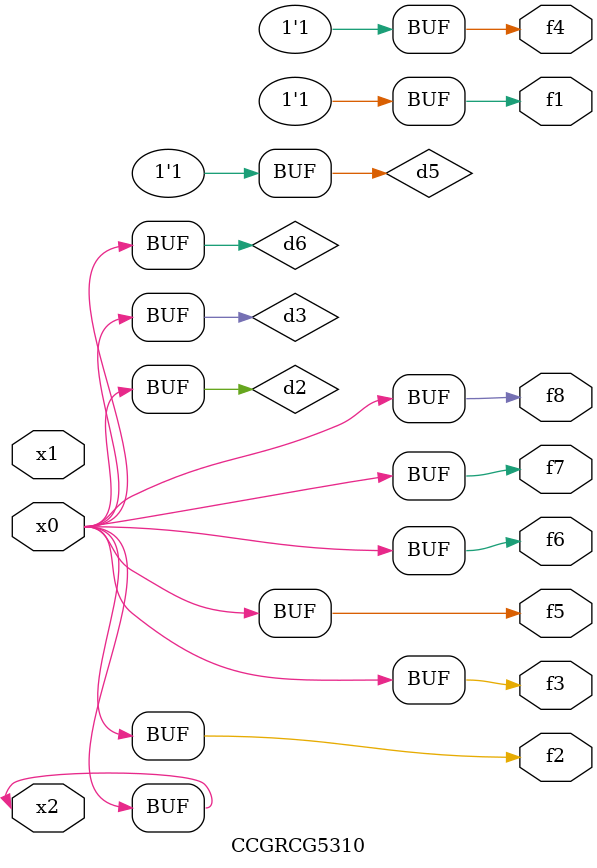
<source format=v>
module CCGRCG5310(
	input x0, x1, x2,
	output f1, f2, f3, f4, f5, f6, f7, f8
);

	wire d1, d2, d3, d4, d5, d6;

	xnor (d1, x2);
	buf (d2, x0, x2);
	and (d3, x0);
	xnor (d4, x1, x2);
	nand (d5, d1, d3);
	buf (d6, d2, d3);
	assign f1 = d5;
	assign f2 = d6;
	assign f3 = d6;
	assign f4 = d5;
	assign f5 = d6;
	assign f6 = d6;
	assign f7 = d6;
	assign f8 = d6;
endmodule

</source>
